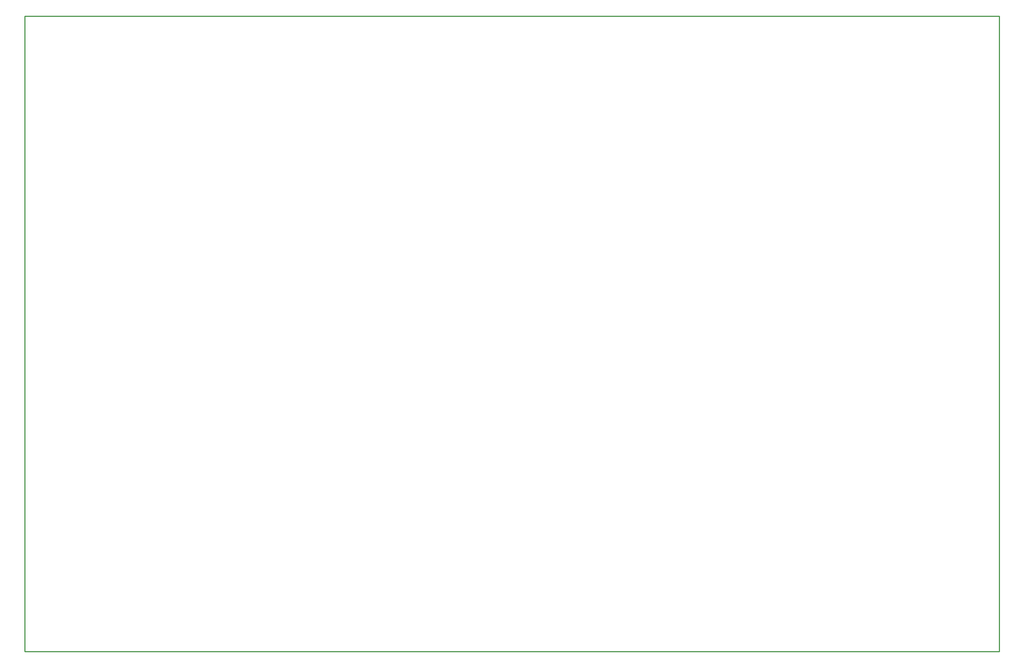
<source format=gm1>
G04*
G04 #@! TF.GenerationSoftware,Altium Limited,Altium Designer,22.8.2 (66)*
G04*
G04 Layer_Color=16711935*
%FSLAX42Y42*%
%MOMM*%
G71*
G04*
G04 #@! TF.SameCoordinates,682EC182-1CE9-4BC9-A6E4-3494537964B9*
G04*
G04*
G04 #@! TF.FilePolarity,Positive*
G04*
G01*
G75*
%ADD13C,0.25*%
D13*
X0Y0D02*
X23000D01*
X0Y15000D02*
X23000D01*
Y0D02*
Y15000D01*
X0Y0D02*
Y15000D01*
M02*

</source>
